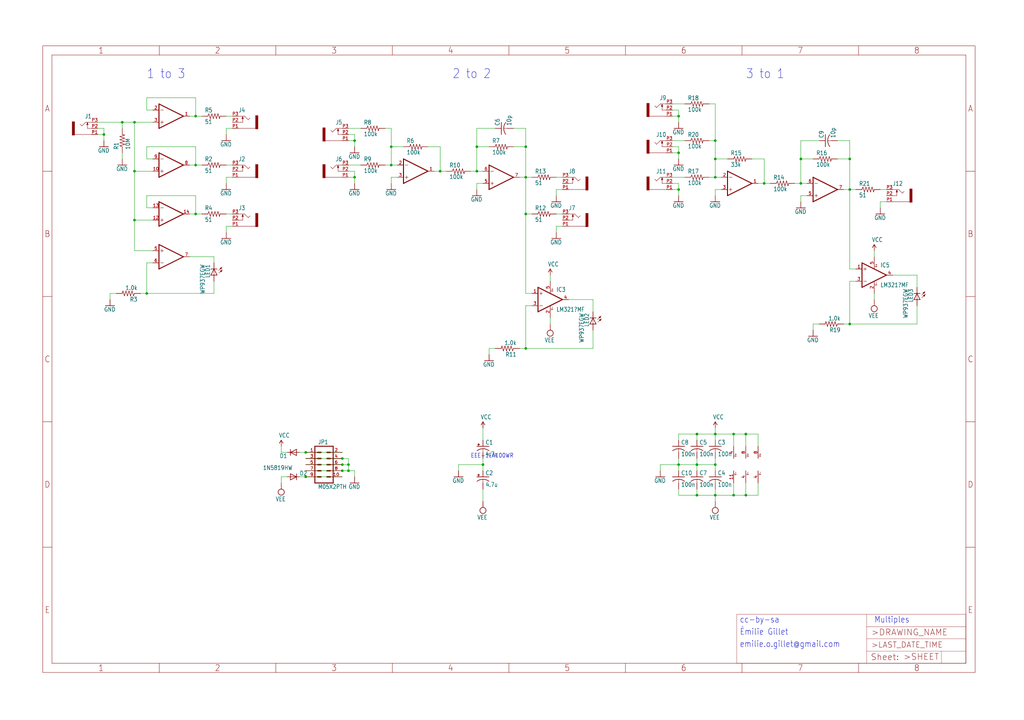
<source format=kicad_sch>
(kicad_sch (version 20231120) (generator "eeschema") (generator_version "8.0")
  (paper "User" 425.45 299.161)
  (lib_symbols
    (symbol "links_v40-eagle-import:A3L-LOC"
      (symbol "A3L-LOC_0_0"
        (text "1" (at 24.2094 1.905 0) (effects (font (size 2.54 2.286))))
        (text "1" (at 24.2094 258.445 0) (effects (font (size 2.54 2.286))))
        (text "2" (at 72.6281 1.905 0) (effects (font (size 2.54 2.286))))
        (text "2" (at 72.6281 258.445 0) (effects (font (size 2.54 2.286))))
        (text "3" (at 121.0469 1.905 0) (effects (font (size 2.54 2.286))))
        (text "3" (at 121.0469 258.445 0) (effects (font (size 2.54 2.286))))
        (text "4" (at 169.4656 1.905 0) (effects (font (size 2.54 2.286))))
        (text "4" (at 169.4656 258.445 0) (effects (font (size 2.54 2.286))))
        (text "5" (at 217.8844 1.905 0) (effects (font (size 2.54 2.286))))
        (text "5" (at 217.8844 258.445 0) (effects (font (size 2.54 2.286))))
        (text "6" (at 266.3031 1.905 0) (effects (font (size 2.54 2.286))))
        (text "6" (at 266.3031 258.445 0) (effects (font (size 2.54 2.286))))
        (text "7" (at 314.7219 1.905 0) (effects (font (size 2.54 2.286))))
        (text "7" (at 314.7219 258.445 0) (effects (font (size 2.54 2.286))))
        (text "8" (at 363.1406 1.905 0) (effects (font (size 2.54 2.286))))
        (text "8" (at 363.1406 258.445 0) (effects (font (size 2.54 2.286))))
        (text "A" (at 1.905 234.315 0) (effects (font (size 2.54 2.286))))
        (text "A" (at 385.445 234.315 0) (effects (font (size 2.54 2.286))))
        (text "B" (at 1.905 182.245 0) (effects (font (size 2.54 2.286))))
        (text "B" (at 385.445 182.245 0) (effects (font (size 2.54 2.286))))
        (text "C" (at 1.905 130.175 0) (effects (font (size 2.54 2.286))))
        (text "C" (at 385.445 130.175 0) (effects (font (size 2.54 2.286))))
        (text "D" (at 1.905 78.105 0) (effects (font (size 2.54 2.286))))
        (text "D" (at 385.445 78.105 0) (effects (font (size 2.54 2.286))))
        (text "E" (at 1.905 26.035 0) (effects (font (size 2.54 2.286))))
        (text "E" (at 385.445 26.035 0) (effects (font (size 2.54 2.286))))
      )
      (symbol "A3L-LOC_1_0"
        (text ">DRAWING_NAME" (at 344.17 15.24 0) (effects (font (size 2.54 2.54)) (justify left bottom)))
        (text ">LAST_DATE_TIME" (at 344.17 10.16 0) (effects (font (size 2.286 2.286)) (justify left bottom)))
        (text ">SHEET" (at 357.505 5.08 0) (effects (font (size 2.54 2.54)) (justify left bottom)))
        (text "Sheet:" (at 343.916 4.953 0) (effects (font (size 2.54 2.54)) (justify left bottom)))
      )
    )
    (symbol "links_v40-eagle-import:C-USC0603"
      (property "Reference" "C" (at 1.016 0.635 0))
      (property "Value" "C-USC0603" (at 1.016 -4.191 0))
      (symbol "C-USC0603_1_0"
        (pin passive line (at 0 2.54 270) (length 2.54) (name "1") (number "1"))
        (pin passive line (at 0 -5.08 90) (length 2.54) (name "2") (number "2"))
      )
    )
    (symbol "links_v40-eagle-import:CPOL-USA"
      (property "Reference" "C" (at 1.016 0.635 0))
      (property "Value" "CPOL-USA" (at 1.016 -4.191 0))
      (symbol "CPOL-USA_1_0"
        (pin passive line (at 0 2.54 270) (length 2.54) (name "+") (number "+"))
        (pin passive line (at 0 -5.08 90) (length 2.54) (name "-") (number "-"))
      )
    )
    (symbol "links_v40-eagle-import:DIODE-SOD123"
      (property "Reference" "D" (at 2.54 0.4826 0))
      (property "Value" "DIODE-SOD123" (at 2.54 -2.3114 0))
      (symbol "DIODE-SOD123_1_0"
        (pin passive line (at -2.54 0 0) (length 2.54) (name "A") (number "A"))
        (pin passive line (at 2.54 0 180) (length 2.54) (name "C") (number "C"))
      )
    )
    (symbol "links_v40-eagle-import:GND" (power)
      (property "Value" "GND" (at -2.54 -2.54 0))
      (symbol "GND_1_0"
        (pin power_in line (at 0 2.54 270) (length 2.54) (name "GND") (number "1"))
      )
    )
    (symbol "links_v40-eagle-import:LED3MM"
      (property "Reference" "LED" (at 3.556 -4.572 90))
      (property "Value" "LED3MM" (at 5.715 -4.572 90))
      (symbol "LED3MM_1_0"
        (pin passive line (at 0 2.54 270) (length 2.54) (name "A") (number "A"))
        (pin passive line (at 0 -5.08 90) (length 2.54) (name "C") (number "K"))
      )
    )
    (symbol "links_v40-eagle-import:LM321?MF"
      (property "Reference" "IC" (at 2.54 3.175 0))
      (property "Value" "LM321?MF" (at 2.54 -5.08 0))
      (symbol "LM321?MF_1_0"
        (text "V+" (at 1.27 3.175 900) (effects (font (size 0.8128 0.6908)) (justify left bottom)))
        (text "V-" (at 1.27 -4.445 900) (effects (font (size 0.8128 0.6908)) (justify left bottom)))
        (pin input line (at -7.62 2.54 0) (length 2.54) (name "+IN") (number "1"))
        (pin power_in line (at 0 -7.62 90) (length 5.08) (name "V-") (number "2"))
        (pin input line (at -7.62 -2.54 0) (length 2.54) (name "-IN") (number "3"))
        (pin output line (at 7.62 0 180) (length 2.54) (name "OUT") (number "4"))
        (pin power_in line (at 0 7.62 270) (length 5.08) (name "V+") (number "5"))
      )
    )
    (symbol "links_v40-eagle-import:M05X2PTH"
      (property "Reference" "JP" (at -2.54 8.382 0))
      (property "Value" "M05X2PTH" (at -2.54 -10.16 0))
      (symbol "M05X2PTH_1_0"
        (pin passive line (at -7.62 5.08 0) (length 5.08) (name "1") (number "1"))
        (pin passive line (at 7.62 -5.08 180) (length 5.08) (name "10") (number "10"))
        (pin passive line (at 7.62 5.08 180) (length 5.08) (name "2") (number "2"))
        (pin passive line (at -7.62 2.54 0) (length 5.08) (name "3") (number "3"))
        (pin passive line (at 7.62 2.54 180) (length 5.08) (name "4") (number "4"))
        (pin passive line (at -7.62 0 0) (length 5.08) (name "5") (number "5"))
        (pin passive line (at 7.62 0 180) (length 5.08) (name "6") (number "6"))
        (pin passive line (at -7.62 -2.54 0) (length 5.08) (name "7") (number "7"))
        (pin passive line (at 7.62 -2.54 180) (length 5.08) (name "8") (number "8"))
        (pin passive line (at -7.62 -5.08 0) (length 5.08) (name "9") (number "9"))
      )
    )
    (symbol "links_v40-eagle-import:PJ301_THONKICONN6"
      (property "Reference" "J" (at -2.54 4.064 0))
      (symbol "PJ301_THONKICONN6_1_0"
        (pin passive line (at -5.08 -2.54 0) (length 2.54) (name "1") (number "P1"))
        (pin passive line (at -5.08 0 0) (length 2.54) (name "2") (number "P2"))
        (pin passive line (at -5.08 2.54 0) (length 2.54) (name "3") (number "P3"))
      )
    )
    (symbol "links_v40-eagle-import:R-US_R0603"
      (property "Reference" "R" (at -3.81 1.4986 0))
      (property "Value" "R-US_R0603" (at -3.81 -3.302 0))
      (symbol "R-US_R0603_1_0"
        (pin passive line (at -5.08 0 0) (length 2.54) (name "1") (number "1"))
        (pin passive line (at 5.08 0 180) (length 2.54) (name "2") (number "2"))
      )
    )
    (symbol "links_v40-eagle-import:TL072PW"
      (symbol "TL072PW_1_0"
        (pin output line (at 7.62 0 180) (length 2.54) (name "OUT") (number "1"))
        (pin input line (at -7.62 -2.54 0) (length 2.54) (name "-IN") (number "2"))
        (pin input line (at -7.62 2.54 0) (length 2.54) (name "+IN") (number "3"))
      )
      (symbol "TL072PW_2_0"
        (pin input line (at -7.62 2.54 0) (length 2.54) (name "+IN") (number "5"))
        (pin input line (at -7.62 -2.54 0) (length 2.54) (name "-IN") (number "6"))
        (pin output line (at 7.62 0 180) (length 2.54) (name "OUT") (number "7"))
      )
      (symbol "TL072PW_3_0"
        (text "V+" (at 1.27 3.175 900) (effects (font (size 0.8128 0.6908)) (justify left bottom)))
        (text "V-" (at 1.27 -4.445 900) (effects (font (size 0.8128 0.6908)) (justify left bottom)))
        (pin power_in line (at 0 -7.62 90) (length 5.08) (name "V-") (number "4"))
        (pin power_in line (at 0 7.62 270) (length 5.08) (name "V+") (number "8"))
      )
    )
    (symbol "links_v40-eagle-import:TL074PW"
      (symbol "TL074PW_1_0"
        (pin output line (at 7.62 0 180) (length 2.54) (name "OUT") (number "1"))
        (pin input line (at -7.62 -2.54 0) (length 2.54) (name "-IN") (number "2"))
        (pin input line (at -7.62 2.54 0) (length 2.54) (name "+IN") (number "3"))
      )
      (symbol "TL074PW_2_0"
        (pin input line (at -7.62 2.54 0) (length 2.54) (name "+IN") (number "5"))
        (pin input line (at -7.62 -2.54 0) (length 2.54) (name "-IN") (number "6"))
        (pin output line (at 7.62 0 180) (length 2.54) (name "OUT") (number "7"))
      )
      (symbol "TL074PW_3_0"
        (pin input line (at -7.62 2.54 0) (length 2.54) (name "+IN") (number "10"))
        (pin output line (at 7.62 0 180) (length 2.54) (name "OUT") (number "8"))
        (pin input line (at -7.62 -2.54 0) (length 2.54) (name "-IN") (number "9"))
      )
      (symbol "TL074PW_4_0"
        (pin input line (at -7.62 2.54 0) (length 2.54) (name "+IN") (number "12"))
        (pin input line (at -7.62 -2.54 0) (length 2.54) (name "-IN") (number "13"))
        (pin output line (at 7.62 0 180) (length 2.54) (name "OUT") (number "14"))
      )
      (symbol "TL074PW_5_0"
        (text "V+" (at 1.27 3.175 900) (effects (font (size 0.8128 0.6908)) (justify left bottom)))
        (text "V-" (at 1.27 -4.445 900) (effects (font (size 0.8128 0.6908)) (justify left bottom)))
        (pin power_in line (at 0 -7.62 90) (length 5.08) (name "V-") (number "11"))
        (pin power_in line (at 0 7.62 270) (length 5.08) (name "V+") (number "4"))
      )
    )
    (symbol "links_v40-eagle-import:VCC" (power)
      (property "Value" "VCC" (at -1.016 3.556 0))
      (symbol "VCC_1_0"
        (pin power_in line (at 0 0 90) (length 2.54) (name "VCC") (number "1"))
      )
    )
    (symbol "links_v40-eagle-import:VEE" (power)
      (property "Value" "VEE" (at -1.905 3.175 0))
      (symbol "VEE_1_0"
        (pin power_in line (at 0 -2.54 90) (length 2.54) (name "VEE") (number "1"))
      )
    )
  )
  (junction (at 297.18 58.42))
  (junction (at 304.8 180.34))
  (junction (at 142.24 190.5))
  (junction (at 144.78 195.58))
  (junction (at 127 187.96))
  (junction (at 297.18 73.66))
  (junction (at 297.18 66.04))
  (junction (at 218.44 144.78))
  (junction (at 353.06 78.74))
  (junction (at 332.74 66.04))
  (junction (at 281.94 78.74))
  (junction (at 198.12 60.96))
  (junction (at 297.18 180.34))
  (junction (at 60.96 121.92))
  (junction (at 317.5 76.2))
  (junction (at 81.28 48.26))
  (junction (at 309.88 205.74))
  (junction (at 81.28 88.9))
  (junction (at 142.24 193.04))
  (junction (at 297.18 205.74))
  (junction (at 281.94 48.26))
  (junction (at 304.8 205.74))
  (junction (at 81.28 68.58))
  (junction (at 162.56 60.96))
  (junction (at 55.88 50.8))
  (junction (at 43.18 55.88))
  (junction (at 289.56 193.04))
  (junction (at 289.56 180.34))
  (junction (at 198.12 71.12))
  (junction (at 147.32 58.42))
  (junction (at 353.06 66.04))
  (junction (at 332.74 76.2))
  (junction (at 353.06 134.62))
  (junction (at 55.88 71.12))
  (junction (at 281.94 193.04))
  (junction (at 309.88 180.34))
  (junction (at 55.88 91.44))
  (junction (at 289.56 205.74))
  (junction (at 127 198.12))
  (junction (at 182.88 71.12))
  (junction (at 218.44 88.9))
  (junction (at 281.94 63.5))
  (junction (at 297.18 193.04))
  (junction (at 162.56 68.58))
  (junction (at 200.66 193.04))
  (junction (at 50.8 50.8))
  (junction (at 142.24 195.58))
  (junction (at 218.44 73.66))
  (junction (at 147.32 73.66))
  (junction (at 144.78 193.04))
  (junction (at 218.44 60.96))
  (wire (pts (xy 81.28 81.28) (xy 81.28 88.9)))
  (wire (pts (xy 60.96 66.04) (xy 60.96 60.96)))
  (wire (pts (xy 381 134.62) (xy 353.06 134.62)))
  (wire (pts (xy 294.64 58.42) (xy 297.18 58.42)))
  (wire (pts (xy 353.06 116.84) (xy 355.6 116.84)))
  (wire (pts (xy 144.78 193.04) (xy 144.78 195.58)))
  (wire (pts (xy 116.84 198.12) (xy 119.38 198.12)))
  (wire (pts (xy 289.56 180.34) (xy 297.18 180.34)))
  (wire (pts (xy 289.56 182.88) (xy 289.56 180.34)))
  (wire (pts (xy 231.14 73.66) (xy 233.68 73.66)))
  (wire (pts (xy 63.5 104.14) (xy 55.88 104.14)))
  (wire (pts (xy 289.56 190.5) (xy 289.56 193.04)))
  (wire (pts (xy 81.28 48.26) (xy 83.82 48.26)))
  (wire (pts (xy 279.4 43.18) (xy 284.48 43.18)))
  (wire (pts (xy 40.64 53.34) (xy 43.18 53.34)))
  (wire (pts (xy 281.94 180.34) (xy 289.56 180.34)))
  (wire (pts (xy 60.96 86.36) (xy 60.96 81.28)))
  (wire (pts (xy 203.2 144.78) (xy 203.2 147.32)))
  (wire (pts (xy 81.28 88.9) (xy 83.82 88.9)))
  (wire (pts (xy 50.8 50.8) (xy 55.88 50.8)))
  (wire (pts (xy 309.88 205.74) (xy 314.96 205.74)))
  (wire (pts (xy 60.96 60.96) (xy 81.28 60.96)))
  (wire (pts (xy 93.98 88.9) (xy 96.52 88.9)))
  (wire (pts (xy 335.28 81.28) (xy 332.74 81.28)))
  (wire (pts (xy 353.06 58.42) (xy 353.06 66.04)))
  (wire (pts (xy 50.8 63.5) (xy 50.8 66.04)))
  (wire (pts (xy 144.78 71.12) (xy 147.32 71.12)))
  (wire (pts (xy 381 114.3) (xy 381 119.38)))
  (wire (pts (xy 198.12 60.96) (xy 203.2 60.96)))
  (wire (pts (xy 195.58 71.12) (xy 198.12 71.12)))
  (wire (pts (xy 88.9 106.68) (xy 88.9 109.22)))
  (wire (pts (xy 304.8 205.74) (xy 309.88 205.74)))
  (wire (pts (xy 347.98 66.04) (xy 353.06 66.04)))
  (wire (pts (xy 144.78 53.34) (xy 149.86 53.34)))
  (wire (pts (xy 281.94 190.5) (xy 281.94 193.04)))
  (wire (pts (xy 218.44 144.78) (xy 215.9 144.78)))
  (wire (pts (xy 55.88 104.14) (xy 55.88 91.44)))
  (wire (pts (xy 81.28 40.64) (xy 81.28 48.26)))
  (wire (pts (xy 144.78 193.04) (xy 142.24 193.04)))
  (wire (pts (xy 165.1 73.66) (xy 162.56 73.66)))
  (wire (pts (xy 162.56 60.96) (xy 162.56 68.58)))
  (wire (pts (xy 147.32 195.58) (xy 147.32 198.12)))
  (wire (pts (xy 297.18 190.5) (xy 297.18 193.04)))
  (wire (pts (xy 302.26 66.04) (xy 297.18 66.04)))
  (wire (pts (xy 198.12 71.12) (xy 198.12 60.96)))
  (wire (pts (xy 144.78 195.58) (xy 147.32 195.58)))
  (wire (pts (xy 297.18 203.2) (xy 297.18 205.74)))
  (wire (pts (xy 93.98 68.58) (xy 96.52 68.58)))
  (wire (pts (xy 81.28 88.9) (xy 78.74 88.9)))
  (wire (pts (xy 231.14 88.9) (xy 233.68 88.9)))
  (wire (pts (xy 294.64 73.66) (xy 297.18 73.66)))
  (wire (pts (xy 281.94 76.2) (xy 281.94 78.74)))
  (wire (pts (xy 147.32 71.12) (xy 147.32 73.66)))
  (wire (pts (xy 142.24 193.04) (xy 127 193.04)))
  (wire (pts (xy 332.74 66.04) (xy 337.82 66.04)))
  (wire (pts (xy 297.18 78.74) (xy 297.18 81.28)))
  (wire (pts (xy 381 127) (xy 381 134.62)))
  (wire (pts (xy 279.4 76.2) (xy 281.94 76.2)))
  (wire (pts (xy 314.96 200.66) (xy 314.96 205.74)))
  (wire (pts (xy 231.14 93.98) (xy 231.14 96.52)))
  (wire (pts (xy 281.94 45.72) (xy 281.94 48.26)))
  (wire (pts (xy 182.88 71.12) (xy 185.42 71.12)))
  (wire (pts (xy 353.06 66.04) (xy 353.06 78.74)))
  (wire (pts (xy 93.98 73.66) (xy 93.98 76.2)))
  (wire (pts (xy 218.44 73.66) (xy 218.44 88.9)))
  (wire (pts (xy 363.22 106.68) (xy 363.22 104.14)))
  (wire (pts (xy 236.22 124.46) (xy 246.38 124.46)))
  (wire (pts (xy 162.56 53.34) (xy 162.56 60.96)))
  (wire (pts (xy 63.5 91.44) (xy 55.88 91.44)))
  (wire (pts (xy 205.74 144.78) (xy 203.2 144.78)))
  (wire (pts (xy 45.72 121.92) (xy 45.72 124.46)))
  (wire (pts (xy 147.32 55.88) (xy 147.32 58.42)))
  (wire (pts (xy 350.52 134.62) (xy 353.06 134.62)))
  (wire (pts (xy 213.36 60.96) (xy 218.44 60.96)))
  (wire (pts (xy 340.36 58.42) (xy 332.74 58.42)))
  (wire (pts (xy 279.4 78.74) (xy 281.94 78.74)))
  (wire (pts (xy 40.64 55.88) (xy 43.18 55.88)))
  (wire (pts (xy 281.94 203.2) (xy 281.94 205.74)))
  (wire (pts (xy 205.74 53.34) (xy 198.12 53.34)))
  (wire (pts (xy 279.4 60.96) (xy 281.94 60.96)))
  (wire (pts (xy 218.44 121.92) (xy 218.44 88.9)))
  (wire (pts (xy 365.76 78.74) (xy 368.3 78.74)))
  (wire (pts (xy 160.02 68.58) (xy 162.56 68.58)))
  (wire (pts (xy 88.9 116.84) (xy 88.9 121.92)))
  (wire (pts (xy 228.6 132.08) (xy 228.6 134.62)))
  (wire (pts (xy 198.12 76.2) (xy 198.12 78.74)))
  (wire (pts (xy 60.96 121.92) (xy 58.42 121.92)))
  (wire (pts (xy 60.96 45.72) (xy 60.96 40.64)))
  (wire (pts (xy 81.28 68.58) (xy 83.82 68.58)))
  (wire (pts (xy 297.18 73.66) (xy 299.72 73.66)))
  (wire (pts (xy 144.78 73.66) (xy 147.32 73.66)))
  (wire (pts (xy 220.98 88.9) (xy 218.44 88.9)))
  (wire (pts (xy 289.56 203.2) (xy 289.56 205.74)))
  (wire (pts (xy 297.18 205.74) (xy 304.8 205.74)))
  (wire (pts (xy 233.68 78.74) (xy 231.14 78.74)))
  (wire (pts (xy 81.28 60.96) (xy 81.28 68.58)))
  (wire (pts (xy 281.94 63.5) (xy 281.94 66.04)))
  (wire (pts (xy 297.18 193.04) (xy 289.56 193.04)))
  (wire (pts (xy 218.44 53.34) (xy 218.44 60.96)))
  (wire (pts (xy 167.64 60.96) (xy 162.56 60.96)))
  (wire (pts (xy 127 190.5) (xy 142.24 190.5)))
  (wire (pts (xy 218.44 127) (xy 218.44 144.78)))
  (wire (pts (xy 162.56 73.66) (xy 162.56 76.2)))
  (wire (pts (xy 81.28 48.26) (xy 78.74 48.26)))
  (wire (pts (xy 281.94 193.04) (xy 281.94 195.58)))
  (wire (pts (xy 304.8 200.66) (xy 304.8 205.74)))
  (wire (pts (xy 213.36 53.34) (xy 218.44 53.34)))
  (wire (pts (xy 218.44 73.66) (xy 215.9 73.66)))
  (wire (pts (xy 370.84 114.3) (xy 381 114.3)))
  (wire (pts (xy 96.52 53.34) (xy 93.98 53.34)))
  (wire (pts (xy 93.98 53.34) (xy 93.98 55.88)))
  (wire (pts (xy 289.56 205.74) (xy 297.18 205.74)))
  (wire (pts (xy 63.5 71.12) (xy 55.88 71.12)))
  (wire (pts (xy 353.06 78.74) (xy 350.52 78.74)))
  (wire (pts (xy 198.12 53.34) (xy 198.12 60.96)))
  (wire (pts (xy 43.18 53.34) (xy 43.18 55.88)))
  (wire (pts (xy 297.18 208.28) (xy 297.18 205.74)))
  (wire (pts (xy 314.96 185.42) (xy 314.96 180.34)))
  (wire (pts (xy 353.06 111.76) (xy 353.06 78.74)))
  (wire (pts (xy 200.66 203.2) (xy 200.66 208.28)))
  (wire (pts (xy 200.66 182.88) (xy 200.66 177.8)))
  (wire (pts (xy 200.66 193.04) (xy 200.66 195.58)))
  (wire (pts (xy 142.24 195.58) (xy 144.78 195.58)))
  (wire (pts (xy 297.18 193.04) (xy 297.18 195.58)))
  (wire (pts (xy 330.2 76.2) (xy 332.74 76.2)))
  (wire (pts (xy 218.44 73.66) (xy 220.98 73.66)))
  (wire (pts (xy 297.18 43.18) (xy 297.18 58.42)))
  (wire (pts (xy 304.8 180.34) (xy 297.18 180.34)))
  (wire (pts (xy 279.4 63.5) (xy 281.94 63.5)))
  (wire (pts (xy 127 195.58) (xy 142.24 195.58)))
  (wire (pts (xy 124.46 187.96) (xy 127 187.96)))
  (wire (pts (xy 127 198.12) (xy 142.24 198.12)))
  (wire (pts (xy 93.98 48.26) (xy 96.52 48.26)))
  (wire (pts (xy 363.22 121.92) (xy 363.22 124.46)))
  (wire (pts (xy 233.68 93.98) (xy 231.14 93.98)))
  (wire (pts (xy 353.06 134.62) (xy 353.06 116.84)))
  (wire (pts (xy 246.38 124.46) (xy 246.38 129.54)))
  (wire (pts (xy 218.44 127) (xy 220.98 127)))
  (wire (pts (xy 60.96 81.28) (xy 81.28 81.28)))
  (wire (pts (xy 340.36 134.62) (xy 337.82 134.62)))
  (wire (pts (xy 279.4 73.66) (xy 284.48 73.66)))
  (wire (pts (xy 142.24 190.5) (xy 144.78 190.5)))
  (wire (pts (xy 160.02 53.34) (xy 162.56 53.34)))
  (wire (pts (xy 228.6 116.84) (xy 228.6 114.3)))
  (wire (pts (xy 48.26 121.92) (xy 45.72 121.92)))
  (wire (pts (xy 182.88 71.12) (xy 180.34 71.12)))
  (wire (pts (xy 144.78 58.42) (xy 147.32 58.42)))
  (wire (pts (xy 96.52 73.66) (xy 93.98 73.66)))
  (wire (pts (xy 55.88 91.44) (xy 55.88 71.12)))
  (wire (pts (xy 281.94 193.04) (xy 274.32 193.04)))
  (wire (pts (xy 119.38 187.96) (xy 116.84 187.96)))
  (wire (pts (xy 144.78 190.5) (xy 144.78 193.04)))
  (wire (pts (xy 40.64 50.8) (xy 50.8 50.8)))
  (wire (pts (xy 317.5 76.2) (xy 314.96 76.2)))
  (wire (pts (xy 63.5 45.72) (xy 60.96 45.72)))
  (wire (pts (xy 50.8 53.34) (xy 50.8 50.8)))
  (wire (pts (xy 317.5 66.04) (xy 317.5 76.2)))
  (wire (pts (xy 177.8 60.96) (xy 182.88 60.96)))
  (wire (pts (xy 279.4 45.72) (xy 281.94 45.72)))
  (wire (pts (xy 289.56 193.04) (xy 281.94 193.04)))
  (wire (pts (xy 144.78 68.58) (xy 149.86 68.58)))
  (wire (pts (xy 297.18 58.42) (xy 297.18 66.04)))
  (wire (pts (xy 281.94 48.26) (xy 281.94 50.8)))
  (wire (pts (xy 200.66 76.2) (xy 198.12 76.2)))
  (wire (pts (xy 274.32 193.04) (xy 274.32 195.58)))
  (wire (pts (xy 93.98 93.98) (xy 93.98 96.52)))
  (wire (pts (xy 309.88 200.66) (xy 309.88 205.74)))
  (wire (pts (xy 281.94 78.74) (xy 281.94 81.28)))
  (wire (pts (xy 312.42 66.04) (xy 317.5 66.04)))
  (wire (pts (xy 127 187.96) (xy 142.24 187.96)))
  (wire (pts (xy 281.94 182.88) (xy 281.94 180.34)))
  (wire (pts (xy 124.46 198.12) (xy 127 198.12)))
  (wire (pts (xy 332.74 81.28) (xy 332.74 83.82)))
  (wire (pts (xy 332.74 58.42) (xy 332.74 66.04)))
  (wire (pts (xy 309.88 180.34) (xy 309.88 185.42)))
  (wire (pts (xy 314.96 180.34) (xy 309.88 180.34)))
  (wire (pts (xy 337.82 134.62) (xy 337.82 137.16)))
  (wire (pts (xy 147.32 58.42) (xy 147.32 60.96)))
  (wire (pts (xy 317.5 76.2) (xy 320.04 76.2)))
  (wire (pts (xy 200.66 193.04) (xy 190.5 193.04)))
  (wire (pts (xy 231.14 78.74) (xy 231.14 81.28)))
  (wire (pts (xy 279.4 48.26) (xy 281.94 48.26)))
  (wire (pts (xy 96.52 93.98) (xy 93.98 93.98)))
  (wire (pts (xy 63.5 66.04) (xy 60.96 66.04)))
  (wire (pts (xy 81.28 68.58) (xy 78.74 68.58)))
  (wire (pts (xy 88.9 121.92) (xy 60.96 121.92)))
  (wire (pts (xy 218.44 121.92) (xy 220.98 121.92)))
  (wire (pts (xy 309.88 180.34) (xy 304.8 180.34)))
  (wire (pts (xy 332.74 76.2) (xy 332.74 66.04)))
  (wire (pts (xy 43.18 55.88) (xy 43.18 58.42)))
  (wire (pts (xy 116.84 198.12) (xy 116.84 200.66)))
  (wire (pts (xy 281.94 60.96) (xy 281.94 63.5)))
  (wire (pts (xy 162.56 68.58) (xy 165.1 68.58)))
  (wire (pts (xy 279.4 58.42) (xy 284.48 58.42)))
  (wire (pts (xy 63.5 86.36) (xy 60.96 86.36)))
  (wire (pts (xy 60.96 109.22) (xy 60.96 121.92)))
  (wire (pts (xy 368.3 83.82) (xy 365.76 83.82)))
  (wire (pts (xy 190.5 193.04) (xy 190.5 195.58)))
  (wire (pts (xy 332.74 76.2) (xy 335.28 76.2)))
  (wire (pts (xy 281.94 205.74) (xy 289.56 205.74)))
  (wire (pts (xy 200.66 190.5) (xy 200.66 193.04)))
  (wire (pts (xy 60.96 40.64) (xy 81.28 40.64)))
  (wire (pts (xy 297.18 177.8) (xy 297.18 180.34)))
  (wire (pts (xy 299.72 78.74) (xy 297.18 78.74)))
  (wire (pts (xy 304.8 185.42) (xy 304.8 180.34)))
  (wire (pts (xy 289.56 195.58) (xy 289.56 193.04)))
  (wire (pts (xy 355.6 111.76) (xy 353.06 111.76)))
  (wire (pts (xy 116.84 185.42) (xy 116.84 187.96)))
  (wire (pts (xy 218.44 60.96) (xy 218.44 73.66)))
  (wire (pts (xy 365.76 83.82) (xy 365.76 86.36)))
  (wire (pts (xy 246.38 137.16) (xy 246.38 144.78)))
  (wire (pts (xy 147.32 73.66) (xy 147.32 76.2)))
  (wire (pts (xy 55.88 71.12) (xy 55.88 50.8)))
  (wire (pts (xy 55.88 50.8) (xy 63.5 50.8)))
  (wire (pts (xy 297.18 66.04) (xy 297.18 73.66)))
  (wire (pts (xy 198.12 71.12) (xy 200.66 71.12)))
  (wire (pts (xy 78.74 106.68) (xy 88.9 106.68)))
  (wire (pts (xy 63.5 109.22) (xy 60.96 109.22)))
  (wire (pts (xy 144.78 55.88) (xy 147.32 55.88)))
  (wire (pts (xy 297.18 180.34) (xy 297.18 182.88)))
  (wire (pts (xy 182.88 60.96) (xy 182.88 71.12)))
  (wire (pts (xy 347.98 58.42) (xy 353.06 58.42)))
  (wire (pts (xy 353.06 78.74) (xy 355.6 78.74)))
  (wire (pts (xy 246.38 144.78) (xy 218.44 144.78)))
  (wire (pts (xy 294.64 43.18) (xy 297.18 43.18)))
  (text "cc-by-sa" (at 307.34 259.08 0) (effects (font (size 2.54 2.159)) (justify left bottom)))
  (text "Émilie Gillet" (at 307.34 264.16 0) (effects (font (size 2.54 2.159)) (justify left bottom)))
  (text "Multiples" (at 363.22 259.08 0) (effects (font (size 2.54 2.159)) (justify left bottom)))
  (text "EEE-1EA100WR" (at 195.58 190.5 0) (effects (font (size 1.778 1.5113)) (justify left bottom)))
  (text "3 to 1" (at 309.88 33.02 0) (effects (font (size 3.81 3.2385)) (justify left bottom)))
  (text "2 to 2" (at 187.96 33.02 0) (effects (font (size 3.81 3.2385)) (justify left bottom)))
  (text "emilie.o.gillet@gmail.com" (at 307.34 269.24 0) (effects (font (size 2.54 2.159)) (justify left bottom)))
  (text "1 to 3" (at 60.96 33.02 0) (effects (font (size 3.81 3.2385)) (justify left bottom)))
  (symbol (lib_id "links_v40-eagle-import:GND") (at 147.32 200.66 0) (unit 1)
    (property "Reference" "#GND1" (effects (hide yes)))
    (property "Value" "GND" (at 144.78 203.2 0) (effects (font (size 1.778 1.5113)) (justify left bottom)))
    (property "Footprint" "links_v40:" (effects (hide yes)))
  )
  (symbol (lib_id "links_v40-eagle-import:GND") (at 281.94 53.34 0) (unit 1)
    (property "Reference" "#GND19" (effects (hide yes)))
    (property "Value" "GND" (at 279.4 55.88 0) (effects (font (size 1.778 1.5113)) (justify left bottom)))
    (property "Footprint" "links_v40:" (effects (hide yes)))
  )
  (symbol (lib_id "links_v40-eagle-import:R-US_R0603") (at 88.9 48.26 0) (unit 1)
    (property "Reference" "R5" (at 85.09 46.7614 0) (effects (font (size 1.778 1.5113)) (justify left bottom)))
    (property "Value" "51" (at 85.09 51.562 0) (effects (font (size 1.778 1.5113)) (justify left bottom)))
    (property "Footprint" "links_v40:R0603" (effects (hide yes)))
  )
  (symbol (lib_id "links_v40-eagle-import:GND") (at 281.94 68.58 0) (unit 1)
    (property "Reference" "#GND16" (effects (hide yes)))
    (property "Value" "GND" (at 279.4 71.12 0) (effects (font (size 1.778 1.5113)) (justify left bottom)))
    (property "Footprint" "links_v40:" (effects (hide yes)))
  )
  (symbol (lib_id "links_v40-eagle-import:VCC") (at 116.84 185.42 0) (unit 1)
    (property "Reference" "#P+1" (effects (hide yes)))
    (property "Value" "VCC" (at 115.824 181.864 0) (effects (font (size 1.778 1.5113)) (justify left bottom)))
    (property "Footprint" "links_v40:" (effects (hide yes)))
  )
  (symbol (lib_id "links_v40-eagle-import:TL074PW") (at 71.12 48.26 0) (mirror x) (unit 1)
    (property "Reference" "IC1" (effects (hide yes)))
    (property "Value" "OPA4171" (effects (hide yes)))
    (property "Footprint" "links_v40:TSSOP14" (effects (hide yes)))
  )
  (symbol (lib_id "links_v40-eagle-import:R-US_R0603") (at 226.06 73.66 0) (unit 1)
    (property "Reference" "R13" (at 222.25 72.1614 0) (effects (font (size 1.778 1.5113)) (justify left bottom)))
    (property "Value" "51" (at 222.25 76.962 0) (effects (font (size 1.778 1.5113)) (justify left bottom)))
    (property "Footprint" "links_v40:R0603" (effects (hide yes)))
  )
  (symbol (lib_id "links_v40-eagle-import:LM321?MF") (at 228.6 124.46 0) (unit 1)
    (property "Reference" "IC3" (at 231.14 121.285 0) (effects (font (size 1.778 1.5113)) (justify left bottom)))
    (property "Value" "LM321?MF" (at 231.14 129.54 0) (effects (font (size 1.778 1.5113)) (justify left bottom)))
    (property "Footprint" "links_v40:SOT23-5" (effects (hide yes)))
  )
  (symbol (lib_id "links_v40-eagle-import:GND") (at 231.14 99.06 0) (unit 1)
    (property "Reference" "#GND14" (effects (hide yes)))
    (property "Value" "GND" (at 228.6 101.6 0) (effects (font (size 1.778 1.5113)) (justify left bottom)))
    (property "Footprint" "links_v40:" (effects (hide yes)))
  )
  (symbol (lib_id "links_v40-eagle-import:VCC") (at 363.22 104.14 0) (unit 1)
    (property "Reference" "#P+6" (effects (hide yes)))
    (property "Value" "VCC" (at 362.204 100.584 0) (effects (font (size 1.778 1.5113)) (justify left bottom)))
    (property "Footprint" "links_v40:" (effects (hide yes)))
  )
  (symbol (lib_id "links_v40-eagle-import:VEE") (at 297.18 210.82 180) (unit 1)
    (property "Reference" "#SUPPLY4" (effects (hide yes)))
    (property "Value" "VEE" (at 299.085 213.995 0) (effects (font (size 1.778 1.5113)) (justify left bottom)))
    (property "Footprint" "links_v40:" (effects (hide yes)))
  )
  (symbol (lib_id "links_v40-eagle-import:LED3MM") (at 88.9 114.3 180) (unit 1)
    (property "Reference" "LED1" (at 85.344 109.728 90) (effects (font (size 1.778 1.5113)) (justify left bottom)))
    (property "Value" "WP937EGW" (at 83.185 109.728 90) (effects (font (size 1.778 1.5113)) (justify left bottom)))
    (property "Footprint" "links_v40:LED3MM" (effects (hide yes)))
  )
  (symbol (lib_id "links_v40-eagle-import:GND") (at 50.8 68.58 0) (unit 1)
    (property "Reference" "#GND7" (effects (hide yes)))
    (property "Value" "GND" (at 48.26 71.12 0) (effects (font (size 1.778 1.5113)) (justify left bottom)))
    (property "Footprint" "links_v40:" (effects (hide yes)))
  )
  (symbol (lib_id "links_v40-eagle-import:GND") (at 337.82 139.7 0) (unit 1)
    (property "Reference" "#GND12" (effects (hide yes)))
    (property "Value" "GND" (at 335.28 142.24 0) (effects (font (size 1.778 1.5113)) (justify left bottom)))
    (property "Footprint" "links_v40:" (effects (hide yes)))
  )
  (symbol (lib_id "links_v40-eagle-import:GND") (at 93.98 58.42 0) (unit 1)
    (property "Reference" "#GND3" (effects (hide yes)))
    (property "Value" "GND" (at 91.44 60.96 0) (effects (font (size 1.778 1.5113)) (justify left bottom)))
    (property "Footprint" "links_v40:" (effects (hide yes)))
  )
  (symbol (lib_id "links_v40-eagle-import:GND") (at 281.94 83.82 0) (unit 1)
    (property "Reference" "#GND15" (effects (hide yes)))
    (property "Value" "GND" (at 279.4 86.36 0) (effects (font (size 1.778 1.5113)) (justify left bottom)))
    (property "Footprint" "links_v40:" (effects (hide yes)))
  )
  (symbol (lib_id "links_v40-eagle-import:M05X2PTH") (at 134.62 193.04 0) (unit 1)
    (property "Reference" "JP1" (at 132.08 184.658 0) (effects (font (size 1.778 1.5113)) (justify left bottom)))
    (property "Value" "M05X2PTH" (at 132.08 203.2 0) (effects (font (size 1.778 1.5113)) (justify left bottom)))
    (property "Footprint" "links_v40:AVR_ICSP" (effects (hide yes)))
  )
  (symbol (lib_id "links_v40-eagle-import:R-US_R0603") (at 325.12 76.2 0) (unit 1)
    (property "Reference" "R14" (at 321.31 74.7014 0) (effects (font (size 1.778 1.5113)) (justify left bottom)))
    (property "Value" "100k" (at 321.31 79.502 0) (effects (font (size 1.778 1.5113)) (justify left bottom)))
    (property "Footprint" "links_v40:R0603" (effects (hide yes)))
  )
  (symbol (lib_id "links_v40-eagle-import:GND") (at 162.56 78.74 0) (unit 1)
    (property "Reference" "#GND8" (effects (hide yes)))
    (property "Value" "GND" (at 160.02 81.28 0) (effects (font (size 1.778 1.5113)) (justify left bottom)))
    (property "Footprint" "links_v40:" (effects (hide yes)))
  )
  (symbol (lib_id "links_v40-eagle-import:C-USC0603") (at 297.18 198.12 0) (unit 1)
    (property "Reference" "C4" (at 298.196 197.485 0) (effects (font (size 1.778 1.5113)) (justify left bottom)))
    (property "Value" "100n" (at 298.196 202.311 0) (effects (font (size 1.778 1.5113)) (justify left bottom)))
    (property "Footprint" "links_v40:C0603" (effects (hide yes)))
  )
  (symbol (lib_id "links_v40-eagle-import:R-US_R0603") (at 360.68 78.74 0) (unit 1)
    (property "Reference" "R21" (at 356.87 77.2414 0) (effects (font (size 1.778 1.5113)) (justify left bottom)))
    (property "Value" "51" (at 356.87 82.042 0) (effects (font (size 1.778 1.5113)) (justify left bottom)))
    (property "Footprint" "links_v40:R0603" (effects (hide yes)))
  )
  (symbol (lib_id "links_v40-eagle-import:TL072PW") (at 172.72 71.12 0) (mirror x) (unit 1)
    (property "Reference" "IC2" (effects (hide yes)))
    (property "Value" "TL072PW" (effects (hide yes)))
    (property "Footprint" "links_v40:TSSOP8" (effects (hide yes)))
  )
  (symbol (lib_id "links_v40-eagle-import:TL072PW") (at 307.34 76.2 0) (mirror x) (unit 1)
    (property "Reference" "IC4" (effects (hide yes)))
    (property "Value" "TL072PW" (effects (hide yes)))
    (property "Footprint" "links_v40:TSSOP8" (effects (hide yes)))
  )
  (symbol (lib_id "links_v40-eagle-import:GND") (at 43.18 60.96 0) (unit 1)
    (property "Reference" "#GND2" (effects (hide yes)))
    (property "Value" "GND" (at 40.64 63.5 0) (effects (font (size 1.778 1.5113)) (justify left bottom)))
    (property "Footprint" "links_v40:" (effects (hide yes)))
  )
  (symbol (lib_id "links_v40-eagle-import:R-US_R0603") (at 172.72 60.96 0) (unit 1)
    (property "Reference" "R6" (at 168.91 59.4614 0) (effects (font (size 1.778 1.5113)) (justify left bottom)))
    (property "Value" "100k" (at 168.91 64.262 0) (effects (font (size 1.778 1.5113)) (justify left bottom)))
    (property "Footprint" "links_v40:R0603" (effects (hide yes)))
  )
  (symbol (lib_id "links_v40-eagle-import:LED3MM") (at 246.38 134.62 180) (unit 1)
    (property "Reference" "LED2" (at 242.824 130.048 90) (effects (font (size 1.778 1.5113)) (justify left bottom)))
    (property "Value" "WP937EGW" (at 240.665 130.048 90) (effects (font (size 1.778 1.5113)) (justify left bottom)))
    (property "Footprint" "links_v40:LED3MM" (effects (hide yes)))
  )
  (symbol (lib_id "links_v40-eagle-import:PJ301_THONKICONN6") (at 373.38 81.28 0) (unit 1)
    (property "Reference" "J12" (at 370.84 77.216 0) (effects (font (size 1.778 1.5113)) (justify left bottom)))
    (property "Value" "PJ301_THONKICONN6" (effects (hide yes)))
    (property "Footprint" "links_v40:WQP_PJ_301M6" (effects (hide yes)))
  )
  (symbol (lib_id "links_v40-eagle-import:R-US_R0603") (at 289.56 43.18 0) (unit 1)
    (property "Reference" "R18" (at 285.75 41.6814 0) (effects (font (size 1.778 1.5113)) (justify left bottom)))
    (property "Value" "100k" (at 285.75 46.482 0) (effects (font (size 1.778 1.5113)) (justify left bottom)))
    (property "Footprint" "links_v40:R0603" (effects (hide yes)))
  )
  (symbol (lib_id "links_v40-eagle-import:R-US_R0603") (at 190.5 71.12 0) (unit 1)
    (property "Reference" "R10" (at 186.69 69.6214 0) (effects (font (size 1.778 1.5113)) (justify left bottom)))
    (property "Value" "100k" (at 186.69 74.422 0) (effects (font (size 1.778 1.5113)) (justify left bottom)))
    (property "Footprint" "links_v40:R0603" (effects (hide yes)))
  )
  (symbol (lib_id "links_v40-eagle-import:PJ301_THONKICONN6") (at 238.76 91.44 0) (unit 1)
    (property "Reference" "J7" (at 236.22 87.376 0) (effects (font (size 1.778 1.5113)) (justify left bottom)))
    (property "Value" "PJ301_THONKICONN6" (effects (hide yes)))
    (property "Footprint" "links_v40:WQP_PJ_301M6" (effects (hide yes)))
  )
  (symbol (lib_id "links_v40-eagle-import:LED3MM") (at 381 124.46 180) (unit 1)
    (property "Reference" "LED3" (at 377.444 119.888 90) (effects (font (size 1.778 1.5113)) (justify left bottom)))
    (property "Value" "WP937EGW" (at 375.285 119.888 90) (effects (font (size 1.778 1.5113)) (justify left bottom)))
    (property "Footprint" "links_v40:LED3MM" (effects (hide yes)))
  )
  (symbol (lib_id "links_v40-eagle-import:TL074PW") (at 71.12 106.68 0) (unit 2)
    (property "Reference" "IC1" (effects (hide yes)))
    (property "Value" "OPA4171" (effects (hide yes)))
    (property "Footprint" "links_v40:TSSOP14" (effects (hide yes)))
  )
  (symbol (lib_id "links_v40-eagle-import:R-US_R0603") (at 307.34 66.04 0) (unit 1)
    (property "Reference" "R15" (at 303.53 64.5414 0) (effects (font (size 1.778 1.5113)) (justify left bottom)))
    (property "Value" "33k" (at 303.53 69.342 0) (effects (font (size 1.778 1.5113)) (justify left bottom)))
    (property "Footprint" "links_v40:R0603" (effects (hide yes)))
  )
  (symbol (lib_id "links_v40-eagle-import:R-US_R0603") (at 208.28 60.96 0) (unit 1)
    (property "Reference" "R7" (at 204.47 59.4614 0) (effects (font (size 1.778 1.5113)) (justify left bottom)))
    (property "Value" "100k" (at 204.47 64.262 0) (effects (font (size 1.778 1.5113)) (justify left bottom)))
    (property "Footprint" "links_v40:R0603" (effects (hide yes)))
  )
  (symbol (lib_id "links_v40-eagle-import:PJ301_THONKICONN6") (at 274.32 60.96 0) (mirror y) (unit 1)
    (property "Reference" "J10" (at 276.86 56.896 0) (effects (font (size 1.778 1.5113)) (justify left bottom)))
    (property "Value" "PJ301_THONKICONN6" (effects (hide yes)))
    (property "Footprint" "links_v40:WQP_PJ_301M6" (effects (hide yes)))
  )
  (symbol (lib_id "links_v40-eagle-import:PJ301_THONKICONN6") (at 238.76 76.2 0) (unit 1)
    (property "Reference" "J8" (at 236.22 72.136 0) (effects (font (size 1.778 1.5113)) (justify left bottom)))
    (property "Value" "PJ301_THONKICONN6" (effects (hide yes)))
    (property "Footprint" "links_v40:WQP_PJ_301M6" (effects (hide yes)))
  )
  (symbol (lib_id "links_v40-eagle-import:C-USC0603") (at 297.18 185.42 0) (unit 1)
    (property "Reference" "C3" (at 298.196 184.785 0) (effects (font (size 1.778 1.5113)) (justify left bottom)))
    (property "Value" "100n" (at 298.196 189.611 0) (effects (font (size 1.778 1.5113)) (justify left bottom)))
    (property "Footprint" "links_v40:C0603" (effects (hide yes)))
  )
  (symbol (lib_id "links_v40-eagle-import:R-US_R0603") (at 226.06 88.9 0) (unit 1)
    (property "Reference" "R12" (at 222.25 87.4014 0) (effects (font (size 1.778 1.5113)) (justify left bottom)))
    (property "Value" "51" (at 222.25 92.202 0) (effects (font (size 1.778 1.5113)) (justify left bottom)))
    (property "Footprint" "links_v40:R0603" (effects (hide yes)))
  )
  (symbol (lib_id "links_v40-eagle-import:PJ301_THONKICONN6") (at 35.56 53.34 0) (mirror y) (unit 1)
    (property "Reference" "J1" (at 38.1 49.276 0) (effects (font (size 1.778 1.5113)) (justify left bottom)))
    (property "Value" "PJ301_THONKICONN6" (effects (hide yes)))
    (property "Footprint" "links_v40:WQP_PJ_301M6" (effects (hide yes)))
  )
  (symbol (lib_id "links_v40-eagle-import:GND") (at 274.32 198.12 0) (unit 1)
    (property "Reference" "#GND28" (effects (hide yes)))
    (property "Value" "GND" (at 271.78 200.66 0) (effects (font (size 1.778 1.5113)) (justify left bottom)))
    (property "Footprint" "links_v40:" (effects (hide yes)))
  )
  (symbol (lib_id "links_v40-eagle-import:CPOL-USA") (at 200.66 185.42 0) (unit 1)
    (property "Reference" "C1" (at 201.676 184.785 0) (effects (font (size 1.778 1.5113)) (justify left bottom)))
    (property "Value" "4.7u" (at 201.676 189.611 0) (effects (font (size 1.778 1.5113)) (justify left bottom)))
    (property "Footprint" "links_v40:PANASONIC_A" (effects (hide yes)))
  )
  (symbol (lib_id "links_v40-eagle-import:A3L-LOC") (at 17.78 279.4 0) (unit 1)
    (property "Reference" "#FRAME1" (effects (hide yes)))
    (property "Value" "A3L-LOC" (effects (hide yes)))
    (property "Footprint" "links_v40:" (effects (hide yes)))
  )
  (symbol (lib_id "links_v40-eagle-import:TL074PW") (at 71.12 88.9 0) (mirror x) (unit 4)
    (property "Reference" "IC1" (effects (hide yes)))
    (property "Value" "OPA4171" (effects (hide yes)))
    (property "Footprint" "links_v40:TSSOP14" (effects (hide yes)))
  )
  (symbol (lib_id "links_v40-eagle-import:LM321?MF") (at 363.22 114.3 0) (unit 1)
    (property "Reference" "IC5" (at 365.76 111.125 0) (effects (font (size 1.778 1.5113)) (justify left bottom)))
    (property "Value" "LM321?MF" (at 365.76 119.38 0) (effects (font (size 1.778 1.5113)) (justify left bottom)))
    (property "Footprint" "links_v40:SOT23-5" (effects (hide yes)))
  )
  (symbol (lib_id "links_v40-eagle-import:C-USC0603") (at 281.94 198.12 0) (unit 1)
    (property "Reference" "C10" (at 282.956 197.485 0) (effects (font (size 1.778 1.5113)) (justify left bottom)))
    (property "Value" "100n" (at 282.956 202.311 0) (effects (font (size 1.778 1.5113)) (justify left bottom)))
    (property "Footprint" "links_v40:C0603" (effects (hide yes)))
  )
  (symbol (lib_id "links_v40-eagle-import:C-USC0603") (at 289.56 198.12 0) (unit 1)
    (property "Reference" "C7" (at 290.576 197.485 0) (effects (font (size 1.778 1.5113)) (justify left bottom)))
    (property "Value" "100n" (at 290.576 202.311 0) (effects (font (size 1.778 1.5113)) (justify left bottom)))
    (property "Footprint" "links_v40:C0603" (effects (hide yes)))
  )
  (symbol (lib_id "links_v40-eagle-import:R-US_R0603") (at 154.94 53.34 0) (unit 1)
    (property "Reference" "R8" (at 151.13 51.8414 0) (effects (font (size 1.778 1.5113)) (justify left bottom)))
    (property "Value" "100k" (at 151.13 56.642 0) (effects (font (size 1.778 1.5113)) (justify left bottom)))
    (property "Footprint" "links_v40:R0603" (effects (hide yes)))
  )
  (symbol (lib_id "links_v40-eagle-import:C-USC0603") (at 342.9 58.42 90) (unit 1)
    (property "Reference" "C9" (at 342.265 57.404 0) (effects (font (size 1.778 1.5113)) (justify left bottom)))
    (property "Value" "10p" (at 347.091 57.404 0) (effects (font (size 1.778 1.5113)) (justify left bottom)))
    (property "Footprint" "links_v40:C0603" (effects (hide yes)))
  )
  (symbol (lib_id "links_v40-eagle-import:R-US_R0603") (at 289.56 58.42 0) (unit 1)
    (property "Reference" "R20" (at 285.75 56.9214 0) (effects (font (size 1.778 1.5113)) (justify left bottom)))
    (property "Value" "100k" (at 285.75 61.722 0) (effects (font (size 1.778 1.5113)) (justify left bottom)))
    (property "Footprint" "links_v40:R0603" (effects (hide yes)))
  )
  (symbol (lib_id "links_v40-eagle-import:PJ301_THONKICONN6") (at 101.6 91.44 0) (unit 1)
    (property "Reference" "J3" (at 99.06 87.376 0) (effects (font (size 1.778 1.5113)) (justify left bottom)))
    (property "Value" "PJ301_THONKICONN6" (effects (hide yes)))
    (property "Footprint" "links_v40:WQP_PJ_301M6" (effects (hide yes)))
  )
  (symbol (lib_id "links_v40-eagle-import:GND") (at 190.5 198.12 0) (unit 1)
    (property "Reference" "#GND26" (effects (hide yes)))
    (property "Value" "GND" (at 187.96 200.66 0) (effects (font (size 1.778 1.5113)) (justify left bottom)))
    (property "Footprint" "links_v40:" (effects (hide yes)))
  )
  (symbol (lib_id "links_v40-eagle-import:R-US_R0603") (at 210.82 144.78 180) (unit 1)
    (property "Reference" "R11" (at 214.63 146.2786 0) (effects (font (size 1.778 1.5113)) (justify left bottom)))
    (property "Value" "1.0k" (at 214.63 141.478 0) (effects (font (size 1.778 1.5113)) (justify left bottom)))
    (property "Footprint" "links_v40:R0603" (effects (hide yes)))
  )
  (symbol (lib_id "links_v40-eagle-import:VCC") (at 200.66 177.8 0) (unit 1)
    (property "Reference" "#P+4" (effects (hide yes)))
    (property "Value" "VCC" (at 199.644 174.244 0) (effects (font (size 1.778 1.5113)) (justify left bottom)))
    (property "Footprint" "links_v40:" (effects (hide yes)))
  )
  (symbol (lib_id "links_v40-eagle-import:VCC") (at 228.6 114.3 0) (unit 1)
    (property "Reference" "#P+3" (effects (hide yes)))
    (property "Value" "VCC" (at 227.584 110.744 0) (effects (font (size 1.778 1.5113)) (justify left bottom)))
    (property "Footprint" "links_v40:" (effects (hide yes)))
  )
  (symbol (lib_id "links_v40-eagle-import:VEE") (at 363.22 127 180) (unit 1)
    (property "Reference" "#SUPPLY6" (effects (hide yes)))
    (property "Value" "VEE" (at 365.125 130.175 0) (effects (font (size 1.778 1.5113)) (justify left bottom)))
    (property "Footprint" "links_v40:" (effects (hide yes)))
  )
  (symbol (lib_id "links_v40-eagle-import:R-US_R0603") (at 53.34 121.92 180) (unit 1)
    (property "Reference" "R3" (at 57.15 123.4186 0) (effects (font (size 1.778 1.5113)) (justify left bottom)))
    (property "Value" "1.0k" (at 57.15 118.618 0) (effects (font (size 1.778 1.5113)) (justify left bottom)))
    (property "Footprint" "links_v40:R0603" (effects (hide yes)))
  )
  (symbol (lib_id "links_v40-eagle-import:VCC") (at 297.18 177.8 0) (unit 1)
    (property "Reference" "#P+5" (effects (hide yes)))
    (property "Value" "VCC" (at 296.164 174.244 0) (effects (font (size 1.778 1.5113)) (justify left bottom)))
    (property "Footprint" "links_v40:" (effects (hide yes)))
  )
  (symbol (lib_id "links_v40-eagle-import:PJ301_THONKICONN6") (at 139.7 71.12 0) (mirror y) (unit 1)
    (property "Reference" "J6" (at 142.24 67.056 0) (effects (font (size 1.778 1.5113)) (justify left bottom)))
    (property "Value" "PJ301_THONKICONN6" (effects (hide yes)))
    (property "Footprint" "links_v40:WQP_PJ_301M6" (effects (hide yes)))
  )
  (symbol (lib_id "links_v40-eagle-import:VEE") (at 200.66 210.82 180) (unit 1)
    (property "Reference" "#SUPPLY3" (effects (hide yes)))
    (property "Value" "VEE" (at 202.565 213.995 0) (effects (font (size 1.778 1.5113)) (justify left bottom)))
    (property "Footprint" "links_v40:" (effects (hide yes)))
  )
  (symbol (lib_id "links_v40-eagle-import:TL072PW") (at 314.96 193.04 0) (unit 3)
    (property "Reference" "IC4" (effects (hide yes)))
    (property "Value" "TL072PW" (effects (hide yes)))
    (property "Footprint" "links_v40:TSSOP8" (effects (hide yes)))
  )
  (symbol (lib_id "links_v40-eagle-import:PJ301_THONKICONN6") (at 101.6 50.8 0) (unit 1)
    (property "Reference" "J4" (at 99.06 46.736 0) (effects (font (size 1.778 1.5113)) (justify left bottom)))
    (property "Value" "PJ301_THONKICONN6" (effects (hide yes)))
    (property "Footprint" "links_v40:WQP_PJ_301M6" (effects (hide yes)))
  )
  (symbol (lib_id "links_v40-eagle-import:GND") (at 147.32 78.74 0) (unit 1)
    (property "Reference" "#GND10" (effects (hide yes)))
    (property "Value" "GND" (at 144.78 81.28 0) (effects (font (size 1.778 1.5113)) (justify left bottom)))
    (property "Footprint" "links_v40:" (effects (hide yes)))
  )
  (symbol (lib_id "links_v40-eagle-import:VEE") (at 228.6 137.16 180) (unit 1)
    (property "Reference" "#SUPPLY5" (effects (hide yes)))
    (property "Value" "VEE" (at 230.505 140.335 0) (effects (font (size 1.778 1.5113)) (justify left bottom)))
    (property "Footprint" "links_v40:" (effects (hide yes)))
  )
  (symbol (lib_id "links_v40-eagle-import:GND") (at 93.98 99.06 0) (unit 1)
    (property "Reference" "#GND5" (effects (hide yes)))
    (property "Value" "GND" (at 91.44 101.6 0) (effects (font (size 1.778 1.5113)) (justify left bottom)))
    (property "Footprint" "links_v40:" (effects (hide yes)))
  )
  (symbol (lib_id "links_v40-eagle-import:TL072PW") (at 309.88 193.04 0) (unit 3)
    (property "Reference" "IC2" (effects (hide yes)))
    (property "Value" "TL072PW" (effects (hide yes)))
    (property "Footprint" "links_v40:TSSOP8" (effects (hide yes)))
  )
  (symbol (lib_id "links_v40-eagle-import:R-US_R0603") (at 88.9 88.9 0) (unit 1)
    (property "Reference" "R4" (at 85.09 87.4014 0) (effects (font (size 1.778 1.5113)) (justify left bottom)))
    (property "Value" "51" (at 85.09 92.202 0) (effects (font (size 1.778 1.5113)) (justify left bottom)))
    (property "Footprint" "links_v40:R0603" (effects (hide yes)))
  )
  (symbol (lib_id "links_v40-eagle-import:C-USC0603") (at 208.28 53.34 90) (unit 1)
    (property "Reference" "C6" (at 207.645 52.324 0) (effects (font (size 1.778 1.5113)) (justify left bottom)))
    (property "Value" "10p" (at 212.471 52.324 0) (effects (font (size 1.778 1.5113)) (justify left bottom)))
    (property "Footprint" "links_v40:C0603" (effects (hide yes)))
  )
  (symbol (lib_id "links_v40-eagle-import:PJ301_THONKICONN6") (at 139.7 55.88 0) (mirror y) (unit 1)
    (property "Reference" "J5" (at 142.24 51.816 0) (effects (font (size 1.778 1.5113)) (justify left bottom)))
    (property "Value" "PJ301_THONKICONN6" (effects (hide yes)))
    (property "Footprint" "links_v40:WQP_PJ_301M6" (effects (hide yes)))
  )
  (symbol (lib_id "links_v40-eagle-import:TL074PW") (at 71.12 68.58 0) (mirror x) (unit 3)
    (property "Reference" "IC1" (effects (hide yes)))
    (property "Value" "OPA4171" (effects (hide yes)))
    (property "Footprint" "links_v40:TSSOP14" (effects (hide yes)))
  )
  (symbol (lib_id "links_v40-eagle-import:DIODE-SOD123") (at 121.92 187.96 180) (unit 1)
    (property "Reference" "D1" (at 119.38 188.4426 0) (effects (font (size 1.778 1.5113)) (justify left bottom)))
    (property "Value" "1N5819HW" (effects (hide yes)))
    (property "Footprint" "links_v40:SOD123" (effects (hide yes)))
  )
  (symbol (lib_id "links_v40-eagle-import:GND") (at 45.72 127 0) (unit 1)
    (property "Reference" "#GND6" (effects (hide yes)))
    (property "Value" "GND" (at 43.18 129.54 0) (effects (font (size 1.778 1.5113)) (justify left bottom)))
    (property "Footprint" "links_v40:" (effects (hide yes)))
  )
  (symbol (lib_id "links_v40-eagle-import:R-US_R0603") (at 154.94 68.58 0) (unit 1)
    (property "Reference" "R9" (at 151.13 67.0814 0) (effects (font (size 1.778 1.5113)) (justify left bottom)))
    (property "Value" "100k" (at 151.13 71.882 0) (effects (font (size 1.778 1.5113)) (justify left bottom)))
    (property "Footprint" "links_v40:R0603" (effects (hide yes)))
  )
  (symbol (lib_id "links_v40-eagle-import:C-USC0603") (at 289.56 185.42 0) (unit 1)
    (property "Reference" "C5" (at 290.576 184.785 0) (effects (font (size 1.778 1.5113)) (justify left bottom)))
    (property "Value" "100n" (at 290.576 189.611 0) (effects (font (size 1.778 1.5113)) (justify left bottom)))
    (property "Footprint" "links_v40:C0603" (effects (hide yes)))
  )
  (symbol (lib_id "links_v40-eagle-import:GND") (at 297.18 83.82 0) (unit 1)
    (property "Reference" "#GND20" (effects (hide yes)))
    (property "Value" "GND" (at 294.64 86.36 0) (effects (font (size 1.778 1.5113)) (justify left bottom)))
    (property "Footprint" "links_v40:" (effects (hide yes)))
  )
  (symbol (lib_id "links_v40-eagle-import:GND") (at 93.98 78.74 0) (unit 1)
    (property "Reference" "#GND4" (effects (hide yes)))
    (property "Value" "GND" (at 91.44 81.28 0) (effects (font (size 1.778 1.5113)) (justify left bottom)))
    (property "Footprint" "links_v40:" (effects (hide yes)))
  )
  (symbol (lib_id "links_v40-eagle-import:TL072PW") (at 208.28 73.66 0) (mirror x) (unit 2)
    (property "Reference" "IC2" (effects (hide yes)))
    (property "Value" "TL072PW" (effects (hide yes)))
    (property "Footprint" "links_v40:TSSOP8" (effects (hide yes)))
  )
  (symbol (lib_id "links_v40-eagle-import:GND") (at 231.14 83.82 0) (unit 1)
    (property "Reference" "#GND13" (effects (hide yes)))
    (property "Value" "GND" (at 228.6 86.36 0) (effects (font (size 1.778 1.5113)) (justify left bottom)))
    (property "Footprint" "links_v40:" (effects (hide yes)))
  )
  (symbol (lib_id "links_v40-eagle-import:R-US_R0603") (at 88.9 68.58 0) (unit 1)
    (property "Reference" "R2" (at 85.09 67.0814 0) (effects (font (size 1.778 1.5113)) (justify left bottom)))
    (property "Value" "51" (at 85.09 71.882 0) (effects (font (size 1.778 1.5113)) (justify left bottom)))
    (property "Footprint" "links_v40:R0603" (effects (hide yes)))
  )
  (symbol (lib_id "links_v40-eagle-import:R-US_R0603") (at 342.9 66.04 0) (unit 1)
    (property "Reference" "R16" (at 339.09 64.5414 0) (effects (font (size 1.778 1.5113)) (justify left bottom)))
    (property "Value" "100k" (at 339.09 69.342 0) (effects (font (size 1.778 1.5113)) (justify left bottom)))
    (property "Footprint" "links_v40:R0603" (effects (hide yes)))
  )
  (symbol (lib_id "links_v40-eagle-import:GND") (at 332.74 86.36 0) (unit 1)
    (property "Reference" "#GND21" (effects (hide yes)))
    (property "Value" "GND" (at 330.2 88.9 0) (effects (font (size 1.778 1.5113)) (justify left bottom)))
    (property "Footprint" "links_v40:" (effects (hide yes)))
  )
  (symbol (lib_id "links_v40-eagle-import:TL072PW") (at 342.9 78.74 0) (mirror x) (unit 2)
    (property "Reference" "IC4" (effects (hide yes)))
    (property "Value" "TL072PW" (effects (hide yes)))
    (property "Footprint" "links_v40:TSSOP8" (effects (hide yes)))
  )
  (symbol (lib_id "links_v40-eagle-import:DIODE-SOD123") (at 121.92 198.12 0) (unit 1)
    (property "Reference" "D2" (at 124.46 197.6374 0) (effects (font (size 1.778 1.5113)) (justify left bottom)))
    (property "Value" "1N5819HW" (at 109.22 195.3514 0) (effects (font (size 1.778 1.5113)) (justify left bottom)))
    (property "Footprint" "links_v40:SOD123" (effects (hide yes)))
  )
  (symbol (lib_id "links_v40-eagle-import:PJ301_THONKICONN6") (at 101.6 71.12 0) (unit 1)
    (property "Reference" "J2" (at 99.06 67.056 0) (effects (font (size 1.778 1.5113)) (justify left bottom)))
    (property "Value" "PJ301_THONKICONN6" (effects (hide yes)))
    (property "Footprint" "links_v40:WQP_PJ_301M6" (effects (hide yes)))
  )
  (symbol (lib_id "links_v40-eagle-import:GND") (at 365.76 88.9 0) (unit 1)
    (property "Reference" "#GND18" (effects (hide yes)))
    (property "Value" "GND" (at 363.22 91.44 0) (effects (font (size 1.778 1.5113)) (justify left bottom)))
    (property "Footprint" "links_v40:" (effects (hide yes)))
  )
  (symbol (lib_id "links_v40-eagle-import:PJ301_THONKICONN6") (at 274.32 45.72 0) (mirror y) (unit 1)
    (property "Reference" "J9" (at 276.86 41.656 0) (effects (font (size 1.778 1.5113)) (justify left bottom)))
    (property "Value" "PJ301_THONKICONN6" (effects (hide yes)))
    (property "Footprint" "links_v40:WQP_PJ_301M6" (effects (hide yes)))
  )
  (symbol (lib_id "links_v40-eagle-import:GND") (at 198.12 81.28 0) (unit 1)
    (property "Reference" "#GND9" (effects (hide yes)))
    (property "Value" "GND" (at 195.58 83.82 0) (effects (font (size 1.778 1.5113)) (justify left bottom)))
    (property "Footprint" "links_v40:" (effects (hide yes)))
  )
  (symbol (lib_id "links_v40-eagle-import:VEE") (at 116.84 203.2 180) (unit 1)
    (property "Reference" "#SUPPLY1" (effects (hide yes)))
    (property "Value" "VEE" (at 118.745 206.375 0) (effects (font (size 1.778 1.5113)) (justify left bottom)))
    (property "Footprint" "links_v40:" (effects (hide yes)))
  )
  (symbol (lib_id "links_v40-eagle-import:PJ301_THONKICONN6") (at 274.32 76.2 0) (mirror y) (unit 1)
    (property "Reference" "J11" (at 276.86 72.136 0) (effects (font (size 1.778 1.5113)) (justify left bottom)))
    (property "Value" "PJ301_THONKICONN6" (effects (hide yes)))
    (property "Footprint" "links_v40:WQP_PJ_301M6" (effects (hide yes)))
  )
  (symbol (lib_id "links_v40-eagle-import:GND") (at 147.32 63.5 0) (unit 1)
    (property "Reference" "#GND11" (effects (hide yes)))
    (property "Value" "GND" (at 144.78 66.04 0) (effects (font (size 1.778 1.5113)) (justify left bottom)))
    (property "Footprint" "links_v40:" (effects (hide yes)))
  )
  (symbol (lib_id "links_v40-eagle-import:CPOL-USA") (at 200.66 198.12 0) (unit 1)
    (property "Reference" "C2" (at 201.676 197.485 0) (effects (font (size 1.778 1.5113)) (justify left bottom)))
    (property "Value" "4.7u" (at 201.676 202.311 0) (effects (font (size 1.778 1.5113)) (justify left bottom)))
    (property "Footprint" "links_v40:PANASONIC_A" (effects (hide yes)))
  )
  (symbol (lib_id "links_v40-eagle-import:R-US_R0603") (at 50.8 58.42 90) (unit 1)
    (property "Reference" "R1" (at 49.3014 62.23 0) (effects (font (size 1.778 1.5113)) (justify left bottom)))
    (property "Value" "10M" (at 54.102 62.23 0) (effects (font (size 1.778 1.5113)) (justify left bottom)))
    (property "Footprint" "links_v40:R0603" (effects (hide yes)))
  )
  (symbol (lib_id "links_v40-eagle-import:R-US_R0603") (at 345.44 134.62 180) (unit 1)
    (property "Reference" "R19" (at 349.25 136.1186 0) (effects (font (size 1.778 1.5113)) (justify left bottom)))
    (property "Value" "1.0k" (at 349.25 131.318 0) (effects (font (size 1.778 1.5113)) (justify left bottom)))
    (property "Footprint" "links_v40:R0603" (effects (hide yes)))
  )
  (symbol (lib_id "links_v40-eagle-import:C-USC0603") (at 281.94 185.42 0) (unit 1)
    (property "Reference" "C8" (at 282.956 184.785 0) (effects (font (size 1.778 1.5113)) (justify left bottom)))
    (property "Value" "100n" (at 282.956 189.611 0) (effects (font (size 1.778 1.5113)) (justify left bottom)))
    (property "Footprint" "links_v40:C0603" (effects (hide yes)))
  )
  (symbol (lib_id "links_v40-eagle-import:TL074PW") (at 304.8 193.04 0) (unit 5)
    (property "Reference" "IC1" (effects (hide yes)))
    (property "Value" "OPA4171" (effects (hide yes)))
    (property "Footprint" "links_v40:TSSOP14" (effects (hide yes)))
  )
  (symbol (lib_id "links_v40-eagle-import:GND") (at 203.2 149.86 0) (unit 1)
    (property "Reference" "#GND17" (effects (hide yes)))
    (property "Value" "GND" (at 200.66 152.4 0) (effects (font (size 1.778 1.5113)) (justify left bottom)))
    (property "Footprint" "links_v40:" (effects (hide yes)))
  )
  (symbol (lib_id "links_v40-eagle-import:R-US_R0603") (at 289.56 73.66 0) (unit 1)
    (property "Reference" "R17" (at 285.75 72.1614 0) (effects (font (size 1.778 1.5113)) (justify left bottom)))
    (property "Value" "100k" (at 285.75 76.962 0) (effects (font (size 1.778 1.5113)) (justify left bottom)))
    (property "Footprint" "links_v40:R0603" (effects (hide yes)))
  )
)
</source>
